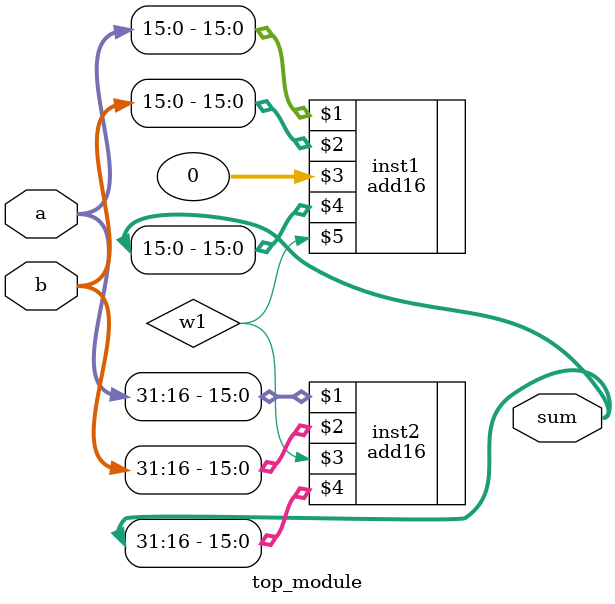
<source format=v>
module top_module(
    input [31:0] a,
    input [31:0] b,
    output [31:0] sum
);
//declaring wires 
    wire w1;
    
    //module instantiation 
    add16 inst1 (a[15:0], b[15:0], 0, sum[15:0], w1); //cout is considered, because it acts as a cin for the next adder 
  add16 inst2 (a[31:16], b[31:16], w1, sum[31:16]); //cout is ignored as the top module doesnt have it
endmodule

</source>
